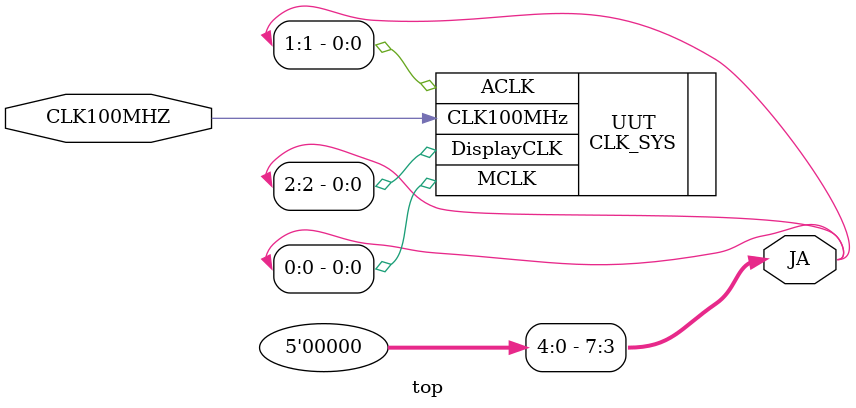
<source format=v>
`timescale 1ns / 1ps


module top(
    input CLK100MHZ,
    output [7:0] JA
    );
    
    CLK_SYS UUT(.CLK100MHz(CLK100MHZ),
                .MCLK(JA[0]), .ACLK(JA[1]), 
                .DisplayCLK(JA[2]));
    assign JA[7:3] = 5'b00000;
endmodule

</source>
